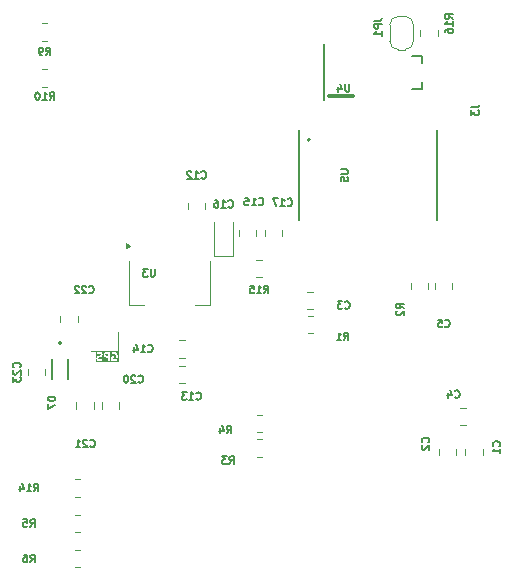
<source format=gbr>
%TF.GenerationSoftware,KiCad,Pcbnew,8.0.4*%
%TF.CreationDate,2024-10-02T02:15:57-03:00*%
%TF.ProjectId,DongleALIVEv2.0,446f6e67-6c65-4414-9c49-564576322e30,2.0*%
%TF.SameCoordinates,Original*%
%TF.FileFunction,Legend,Bot*%
%TF.FilePolarity,Positive*%
%FSLAX46Y46*%
G04 Gerber Fmt 4.6, Leading zero omitted, Abs format (unit mm)*
G04 Created by KiCad (PCBNEW 8.0.4) date 2024-10-02 02:15:57*
%MOMM*%
%LPD*%
G01*
G04 APERTURE LIST*
%ADD10C,0.100000*%
%ADD11C,0.150000*%
%ADD12C,0.120000*%
%ADD13C,0.127000*%
%ADD14C,0.200000*%
%ADD15C,0.203200*%
%ADD16C,0.304800*%
G04 APERTURE END LIST*
D10*
X125095000Y-106515000D02*
X125095000Y-104935000D01*
X122805000Y-106515000D02*
X125055000Y-106515000D01*
D11*
G36*
X124242381Y-106939114D02*
G01*
X124091276Y-106939114D01*
X124057046Y-106921999D01*
X124043781Y-106908734D01*
X124026666Y-106874504D01*
X124026666Y-106818485D01*
X124043780Y-106784255D01*
X124057045Y-106770991D01*
X124091276Y-106753876D01*
X124242381Y-106753876D01*
X124242381Y-106939114D01*
G37*
G36*
X125137857Y-107468876D02*
G01*
X123192142Y-107468876D01*
X123192142Y-107136019D01*
X123267142Y-107136019D01*
X123267142Y-107196971D01*
X123268583Y-107211603D01*
X123269613Y-107214091D01*
X123269805Y-107216781D01*
X123275060Y-107230513D01*
X123305537Y-107291465D01*
X123309500Y-107297761D01*
X123310258Y-107299590D01*
X123311948Y-107301649D01*
X123313370Y-107303908D01*
X123314867Y-107305206D01*
X123319585Y-107310955D01*
X123350061Y-107341432D01*
X123355812Y-107346152D01*
X123357111Y-107347650D01*
X123359366Y-107349069D01*
X123361426Y-107350760D01*
X123363256Y-107351518D01*
X123369554Y-107355482D01*
X123430506Y-107385958D01*
X123444237Y-107391213D01*
X123446926Y-107391404D01*
X123449415Y-107392435D01*
X123464047Y-107393876D01*
X123616428Y-107393876D01*
X123623833Y-107393146D01*
X123625808Y-107393287D01*
X123628405Y-107392696D01*
X123631060Y-107392435D01*
X123632891Y-107391676D01*
X123640145Y-107390027D01*
X123731574Y-107359551D01*
X123745000Y-107353557D01*
X123767107Y-107334383D01*
X123780194Y-107308210D01*
X123782269Y-107279020D01*
X123773015Y-107251258D01*
X123753841Y-107229150D01*
X123727667Y-107216063D01*
X123698477Y-107213989D01*
X123684141Y-107217249D01*
X123604258Y-107243876D01*
X123481752Y-107243876D01*
X123447522Y-107226761D01*
X123434258Y-107213497D01*
X123417142Y-107179264D01*
X123417142Y-107153724D01*
X123434257Y-107119493D01*
X123447522Y-107106229D01*
X123490222Y-107084878D01*
X123604142Y-107056399D01*
X123605221Y-107056013D01*
X123605762Y-107055975D01*
X123611857Y-107053642D01*
X123617988Y-107051452D01*
X123618422Y-107051130D01*
X123619494Y-107050720D01*
X123680446Y-107020243D01*
X123686742Y-107016279D01*
X123688571Y-107015522D01*
X123690630Y-107013831D01*
X123692889Y-107012410D01*
X123694187Y-107010912D01*
X123699936Y-107006195D01*
X123730413Y-106975719D01*
X123735133Y-106969967D01*
X123736631Y-106968669D01*
X123738050Y-106966413D01*
X123739741Y-106964354D01*
X123740499Y-106962523D01*
X123744463Y-106956226D01*
X123774939Y-106895274D01*
X123780194Y-106881543D01*
X123780385Y-106878853D01*
X123781416Y-106876365D01*
X123782857Y-106861733D01*
X123782857Y-106800780D01*
X123876666Y-106800780D01*
X123876666Y-106892209D01*
X123878107Y-106906841D01*
X123879138Y-106909330D01*
X123879329Y-106912018D01*
X123884584Y-106925750D01*
X123915060Y-106986702D01*
X123919024Y-106992999D01*
X123919782Y-106994829D01*
X123921472Y-106996888D01*
X123922892Y-106999144D01*
X123924388Y-107000441D01*
X123929109Y-107006194D01*
X123959586Y-107036671D01*
X123965335Y-107041389D01*
X123966635Y-107042888D01*
X123968894Y-107044309D01*
X123970951Y-107045998D01*
X123972778Y-107046755D01*
X123979078Y-107050720D01*
X124040030Y-107081196D01*
X124053761Y-107086451D01*
X124056450Y-107086642D01*
X124058939Y-107087673D01*
X124073571Y-107089114D01*
X124242381Y-107089114D01*
X124242381Y-107318876D01*
X124243822Y-107333508D01*
X124255021Y-107360544D01*
X124275713Y-107381236D01*
X124302749Y-107392435D01*
X124332013Y-107392435D01*
X124359049Y-107381236D01*
X124379741Y-107360544D01*
X124390940Y-107333508D01*
X124392381Y-107318876D01*
X124392381Y-107044590D01*
X124516666Y-107044590D01*
X124516666Y-107257923D01*
X124518107Y-107272555D01*
X124523965Y-107286696D01*
X124529305Y-107299590D01*
X124538632Y-107310955D01*
X124569108Y-107341432D01*
X124580473Y-107350760D01*
X124582964Y-107351792D01*
X124585000Y-107353557D01*
X124598425Y-107359551D01*
X124689855Y-107390027D01*
X124697106Y-107391676D01*
X124698939Y-107392435D01*
X124701594Y-107392696D01*
X124704191Y-107393287D01*
X124706165Y-107393146D01*
X124713571Y-107393876D01*
X124774523Y-107393876D01*
X124781928Y-107393146D01*
X124783903Y-107393287D01*
X124786500Y-107392696D01*
X124789155Y-107392435D01*
X124790986Y-107391676D01*
X124798240Y-107390027D01*
X124889669Y-107359551D01*
X124903095Y-107353557D01*
X124905131Y-107351790D01*
X124907620Y-107350760D01*
X124918985Y-107341433D01*
X124979938Y-107280479D01*
X124984655Y-107274730D01*
X124986153Y-107273432D01*
X124987574Y-107271173D01*
X124989265Y-107269114D01*
X124990022Y-107267285D01*
X124993986Y-107260989D01*
X125024463Y-107200037D01*
X125024873Y-107198965D01*
X125025195Y-107198531D01*
X125027385Y-107192400D01*
X125029718Y-107186305D01*
X125029756Y-107185764D01*
X125030142Y-107184685D01*
X125060618Y-107062780D01*
X125060993Y-107060242D01*
X125061416Y-107059222D01*
X125061957Y-107053719D01*
X125062769Y-107048235D01*
X125062605Y-107047139D01*
X125062857Y-107044590D01*
X125062857Y-106953161D01*
X125062605Y-106950611D01*
X125062769Y-106949516D01*
X125061957Y-106944031D01*
X125061416Y-106938529D01*
X125060993Y-106937508D01*
X125060618Y-106934971D01*
X125030142Y-106813067D01*
X125029756Y-106811987D01*
X125029718Y-106811447D01*
X125027387Y-106805357D01*
X125025195Y-106799221D01*
X125024872Y-106798785D01*
X125024463Y-106797716D01*
X124993986Y-106736763D01*
X124990022Y-106730466D01*
X124989264Y-106728636D01*
X124987572Y-106726574D01*
X124986153Y-106724320D01*
X124984657Y-106723023D01*
X124979937Y-106717271D01*
X124918985Y-106656319D01*
X124907620Y-106646992D01*
X124905131Y-106645961D01*
X124903095Y-106644195D01*
X124889669Y-106638201D01*
X124798240Y-106607725D01*
X124790986Y-106606075D01*
X124789155Y-106605317D01*
X124786500Y-106605055D01*
X124783903Y-106604465D01*
X124781928Y-106604605D01*
X124774523Y-106603876D01*
X124683095Y-106603876D01*
X124668463Y-106605317D01*
X124665973Y-106606348D01*
X124663286Y-106606539D01*
X124649554Y-106611794D01*
X124588601Y-106642270D01*
X124576159Y-106650102D01*
X124556985Y-106672210D01*
X124547731Y-106699971D01*
X124549805Y-106729161D01*
X124562892Y-106755335D01*
X124585000Y-106774509D01*
X124612761Y-106783763D01*
X124641951Y-106781689D01*
X124655683Y-106776434D01*
X124700799Y-106753876D01*
X124762353Y-106753876D01*
X124825437Y-106774903D01*
X124865265Y-106814731D01*
X124886617Y-106857435D01*
X124912857Y-106962395D01*
X124912857Y-107035356D01*
X124886617Y-107140316D01*
X124865264Y-107183020D01*
X124825437Y-107222848D01*
X124762353Y-107243876D01*
X124725741Y-107243876D01*
X124666666Y-107224184D01*
X124666666Y-107119590D01*
X124713571Y-107119590D01*
X124728203Y-107118149D01*
X124755239Y-107106950D01*
X124775931Y-107086258D01*
X124787130Y-107059222D01*
X124787130Y-107029958D01*
X124775931Y-107002922D01*
X124755239Y-106982230D01*
X124728203Y-106971031D01*
X124713571Y-106969590D01*
X124591666Y-106969590D01*
X124577034Y-106971031D01*
X124549998Y-106982230D01*
X124529306Y-107002922D01*
X124518107Y-107029958D01*
X124516666Y-107044590D01*
X124392381Y-107044590D01*
X124392381Y-106678876D01*
X124390940Y-106664244D01*
X124379741Y-106637208D01*
X124359049Y-106616516D01*
X124332013Y-106605317D01*
X124317381Y-106603876D01*
X124073571Y-106603876D01*
X124058939Y-106605317D01*
X124056450Y-106606347D01*
X124053761Y-106606539D01*
X124040030Y-106611794D01*
X123979078Y-106642270D01*
X123972781Y-106646233D01*
X123970952Y-106646991D01*
X123968893Y-106648680D01*
X123966635Y-106650102D01*
X123965335Y-106651600D01*
X123959587Y-106656318D01*
X123929110Y-106686794D01*
X123924386Y-106692548D01*
X123922892Y-106693845D01*
X123921474Y-106696097D01*
X123919782Y-106698159D01*
X123919023Y-106699991D01*
X123915060Y-106706287D01*
X123884584Y-106767239D01*
X123879329Y-106780971D01*
X123879138Y-106783658D01*
X123878107Y-106786148D01*
X123876666Y-106800780D01*
X123782857Y-106800780D01*
X123781416Y-106786148D01*
X123780385Y-106783659D01*
X123780194Y-106780970D01*
X123774939Y-106767239D01*
X123744463Y-106706287D01*
X123740499Y-106699989D01*
X123739741Y-106698159D01*
X123738050Y-106696099D01*
X123736631Y-106693844D01*
X123735133Y-106692545D01*
X123730413Y-106686794D01*
X123699936Y-106656318D01*
X123694183Y-106651597D01*
X123692887Y-106650102D01*
X123690632Y-106648682D01*
X123688571Y-106646991D01*
X123686740Y-106646232D01*
X123680445Y-106642270D01*
X123619493Y-106611794D01*
X123605761Y-106606539D01*
X123603073Y-106606348D01*
X123600584Y-106605317D01*
X123585952Y-106603876D01*
X123433571Y-106603876D01*
X123426165Y-106604605D01*
X123424191Y-106604465D01*
X123421594Y-106605055D01*
X123418939Y-106605317D01*
X123417106Y-106606075D01*
X123409855Y-106607725D01*
X123318425Y-106638201D01*
X123305000Y-106644195D01*
X123282892Y-106663368D01*
X123269806Y-106689542D01*
X123267731Y-106718732D01*
X123276985Y-106746494D01*
X123296158Y-106768602D01*
X123322332Y-106781688D01*
X123351522Y-106783763D01*
X123365859Y-106780503D01*
X123445741Y-106753876D01*
X123568247Y-106753876D01*
X123602477Y-106770991D01*
X123615742Y-106784255D01*
X123632857Y-106818485D01*
X123632857Y-106844028D01*
X123615742Y-106878257D01*
X123602478Y-106891521D01*
X123559773Y-106912874D01*
X123445857Y-106941353D01*
X123444777Y-106941738D01*
X123444237Y-106941777D01*
X123438147Y-106944107D01*
X123432011Y-106946300D01*
X123431575Y-106946622D01*
X123430506Y-106947032D01*
X123369554Y-106977508D01*
X123363257Y-106981471D01*
X123361428Y-106982229D01*
X123359369Y-106983918D01*
X123357111Y-106985340D01*
X123355811Y-106986838D01*
X123350062Y-106991557D01*
X123319586Y-107022033D01*
X123314865Y-107027785D01*
X123313370Y-107029082D01*
X123311950Y-107031337D01*
X123310259Y-107033398D01*
X123309501Y-107035226D01*
X123305537Y-107041524D01*
X123275060Y-107102478D01*
X123269805Y-107116209D01*
X123269613Y-107118898D01*
X123268583Y-107121387D01*
X123267142Y-107136019D01*
X123192142Y-107136019D01*
X123192142Y-106528876D01*
X125137857Y-106528876D01*
X125137857Y-107468876D01*
G37*
X155013276Y-85911667D02*
X155470419Y-85911667D01*
X155470419Y-85911667D02*
X155561847Y-85881190D01*
X155561847Y-85881190D02*
X155622800Y-85820238D01*
X155622800Y-85820238D02*
X155653276Y-85728809D01*
X155653276Y-85728809D02*
X155653276Y-85667857D01*
X155013276Y-86155476D02*
X155013276Y-86551667D01*
X155013276Y-86551667D02*
X155257085Y-86338333D01*
X155257085Y-86338333D02*
X155257085Y-86429762D01*
X155257085Y-86429762D02*
X155287561Y-86490714D01*
X155287561Y-86490714D02*
X155318038Y-86521190D01*
X155318038Y-86521190D02*
X155378990Y-86551667D01*
X155378990Y-86551667D02*
X155531371Y-86551667D01*
X155531371Y-86551667D02*
X155592323Y-86521190D01*
X155592323Y-86521190D02*
X155622800Y-86490714D01*
X155622800Y-86490714D02*
X155653276Y-86429762D01*
X155653276Y-86429762D02*
X155653276Y-86246905D01*
X155653276Y-86246905D02*
X155622800Y-86185952D01*
X155622800Y-86185952D02*
X155592323Y-86155476D01*
X132156428Y-91872323D02*
X132186904Y-91902800D01*
X132186904Y-91902800D02*
X132278333Y-91933276D01*
X132278333Y-91933276D02*
X132339285Y-91933276D01*
X132339285Y-91933276D02*
X132430714Y-91902800D01*
X132430714Y-91902800D02*
X132491666Y-91841847D01*
X132491666Y-91841847D02*
X132522143Y-91780895D01*
X132522143Y-91780895D02*
X132552619Y-91658990D01*
X132552619Y-91658990D02*
X132552619Y-91567561D01*
X132552619Y-91567561D02*
X132522143Y-91445657D01*
X132522143Y-91445657D02*
X132491666Y-91384704D01*
X132491666Y-91384704D02*
X132430714Y-91323752D01*
X132430714Y-91323752D02*
X132339285Y-91293276D01*
X132339285Y-91293276D02*
X132278333Y-91293276D01*
X132278333Y-91293276D02*
X132186904Y-91323752D01*
X132186904Y-91323752D02*
X132156428Y-91354228D01*
X131546904Y-91933276D02*
X131912619Y-91933276D01*
X131729762Y-91933276D02*
X131729762Y-91293276D01*
X131729762Y-91293276D02*
X131790714Y-91384704D01*
X131790714Y-91384704D02*
X131851666Y-91445657D01*
X131851666Y-91445657D02*
X131912619Y-91476133D01*
X131303095Y-91354228D02*
X131272619Y-91323752D01*
X131272619Y-91323752D02*
X131211666Y-91293276D01*
X131211666Y-91293276D02*
X131059285Y-91293276D01*
X131059285Y-91293276D02*
X130998333Y-91323752D01*
X130998333Y-91323752D02*
X130967857Y-91354228D01*
X130967857Y-91354228D02*
X130937380Y-91415180D01*
X130937380Y-91415180D02*
X130937380Y-91476133D01*
X130937380Y-91476133D02*
X130967857Y-91567561D01*
X130967857Y-91567561D02*
X131333571Y-91933276D01*
X131333571Y-91933276D02*
X130937380Y-91933276D01*
X119306428Y-85263276D02*
X119519762Y-84958514D01*
X119672143Y-85263276D02*
X119672143Y-84623276D01*
X119672143Y-84623276D02*
X119428333Y-84623276D01*
X119428333Y-84623276D02*
X119367381Y-84653752D01*
X119367381Y-84653752D02*
X119336904Y-84684228D01*
X119336904Y-84684228D02*
X119306428Y-84745180D01*
X119306428Y-84745180D02*
X119306428Y-84836609D01*
X119306428Y-84836609D02*
X119336904Y-84897561D01*
X119336904Y-84897561D02*
X119367381Y-84928038D01*
X119367381Y-84928038D02*
X119428333Y-84958514D01*
X119428333Y-84958514D02*
X119672143Y-84958514D01*
X118696904Y-85263276D02*
X119062619Y-85263276D01*
X118879762Y-85263276D02*
X118879762Y-84623276D01*
X118879762Y-84623276D02*
X118940714Y-84714704D01*
X118940714Y-84714704D02*
X119001666Y-84775657D01*
X119001666Y-84775657D02*
X119062619Y-84806133D01*
X118300714Y-84623276D02*
X118239761Y-84623276D01*
X118239761Y-84623276D02*
X118178809Y-84653752D01*
X118178809Y-84653752D02*
X118148333Y-84684228D01*
X118148333Y-84684228D02*
X118117857Y-84745180D01*
X118117857Y-84745180D02*
X118087380Y-84867085D01*
X118087380Y-84867085D02*
X118087380Y-85019466D01*
X118087380Y-85019466D02*
X118117857Y-85141371D01*
X118117857Y-85141371D02*
X118148333Y-85202323D01*
X118148333Y-85202323D02*
X118178809Y-85232800D01*
X118178809Y-85232800D02*
X118239761Y-85263276D01*
X118239761Y-85263276D02*
X118300714Y-85263276D01*
X118300714Y-85263276D02*
X118361666Y-85232800D01*
X118361666Y-85232800D02*
X118392142Y-85202323D01*
X118392142Y-85202323D02*
X118422619Y-85141371D01*
X118422619Y-85141371D02*
X118453095Y-85019466D01*
X118453095Y-85019466D02*
X118453095Y-84867085D01*
X118453095Y-84867085D02*
X118422619Y-84745180D01*
X118422619Y-84745180D02*
X118392142Y-84684228D01*
X118392142Y-84684228D02*
X118361666Y-84653752D01*
X118361666Y-84653752D02*
X118300714Y-84623276D01*
X126806428Y-109172323D02*
X126836904Y-109202800D01*
X126836904Y-109202800D02*
X126928333Y-109233276D01*
X126928333Y-109233276D02*
X126989285Y-109233276D01*
X126989285Y-109233276D02*
X127080714Y-109202800D01*
X127080714Y-109202800D02*
X127141666Y-109141847D01*
X127141666Y-109141847D02*
X127172143Y-109080895D01*
X127172143Y-109080895D02*
X127202619Y-108958990D01*
X127202619Y-108958990D02*
X127202619Y-108867561D01*
X127202619Y-108867561D02*
X127172143Y-108745657D01*
X127172143Y-108745657D02*
X127141666Y-108684704D01*
X127141666Y-108684704D02*
X127080714Y-108623752D01*
X127080714Y-108623752D02*
X126989285Y-108593276D01*
X126989285Y-108593276D02*
X126928333Y-108593276D01*
X126928333Y-108593276D02*
X126836904Y-108623752D01*
X126836904Y-108623752D02*
X126806428Y-108654228D01*
X126562619Y-108654228D02*
X126532143Y-108623752D01*
X126532143Y-108623752D02*
X126471190Y-108593276D01*
X126471190Y-108593276D02*
X126318809Y-108593276D01*
X126318809Y-108593276D02*
X126257857Y-108623752D01*
X126257857Y-108623752D02*
X126227381Y-108654228D01*
X126227381Y-108654228D02*
X126196904Y-108715180D01*
X126196904Y-108715180D02*
X126196904Y-108776133D01*
X126196904Y-108776133D02*
X126227381Y-108867561D01*
X126227381Y-108867561D02*
X126593095Y-109233276D01*
X126593095Y-109233276D02*
X126196904Y-109233276D01*
X125800714Y-108593276D02*
X125739761Y-108593276D01*
X125739761Y-108593276D02*
X125678809Y-108623752D01*
X125678809Y-108623752D02*
X125648333Y-108654228D01*
X125648333Y-108654228D02*
X125617857Y-108715180D01*
X125617857Y-108715180D02*
X125587380Y-108837085D01*
X125587380Y-108837085D02*
X125587380Y-108989466D01*
X125587380Y-108989466D02*
X125617857Y-109111371D01*
X125617857Y-109111371D02*
X125648333Y-109172323D01*
X125648333Y-109172323D02*
X125678809Y-109202800D01*
X125678809Y-109202800D02*
X125739761Y-109233276D01*
X125739761Y-109233276D02*
X125800714Y-109233276D01*
X125800714Y-109233276D02*
X125861666Y-109202800D01*
X125861666Y-109202800D02*
X125892142Y-109172323D01*
X125892142Y-109172323D02*
X125922619Y-109111371D01*
X125922619Y-109111371D02*
X125953095Y-108989466D01*
X125953095Y-108989466D02*
X125953095Y-108837085D01*
X125953095Y-108837085D02*
X125922619Y-108715180D01*
X125922619Y-108715180D02*
X125892142Y-108654228D01*
X125892142Y-108654228D02*
X125861666Y-108623752D01*
X125861666Y-108623752D02*
X125800714Y-108593276D01*
X144311666Y-102902323D02*
X144342142Y-102932800D01*
X144342142Y-102932800D02*
X144433571Y-102963276D01*
X144433571Y-102963276D02*
X144494523Y-102963276D01*
X144494523Y-102963276D02*
X144585952Y-102932800D01*
X144585952Y-102932800D02*
X144646904Y-102871847D01*
X144646904Y-102871847D02*
X144677381Y-102810895D01*
X144677381Y-102810895D02*
X144707857Y-102688990D01*
X144707857Y-102688990D02*
X144707857Y-102597561D01*
X144707857Y-102597561D02*
X144677381Y-102475657D01*
X144677381Y-102475657D02*
X144646904Y-102414704D01*
X144646904Y-102414704D02*
X144585952Y-102353752D01*
X144585952Y-102353752D02*
X144494523Y-102323276D01*
X144494523Y-102323276D02*
X144433571Y-102323276D01*
X144433571Y-102323276D02*
X144342142Y-102353752D01*
X144342142Y-102353752D02*
X144311666Y-102384228D01*
X144098333Y-102323276D02*
X143702142Y-102323276D01*
X143702142Y-102323276D02*
X143915476Y-102567085D01*
X143915476Y-102567085D02*
X143824047Y-102567085D01*
X143824047Y-102567085D02*
X143763095Y-102597561D01*
X143763095Y-102597561D02*
X143732619Y-102628038D01*
X143732619Y-102628038D02*
X143702142Y-102688990D01*
X143702142Y-102688990D02*
X143702142Y-102841371D01*
X143702142Y-102841371D02*
X143732619Y-102902323D01*
X143732619Y-102902323D02*
X143763095Y-102932800D01*
X143763095Y-102932800D02*
X143824047Y-102963276D01*
X143824047Y-102963276D02*
X144006904Y-102963276D01*
X144006904Y-102963276D02*
X144067857Y-102932800D01*
X144067857Y-102932800D02*
X144098333Y-102902323D01*
X119001666Y-81483276D02*
X119215000Y-81178514D01*
X119367381Y-81483276D02*
X119367381Y-80843276D01*
X119367381Y-80843276D02*
X119123571Y-80843276D01*
X119123571Y-80843276D02*
X119062619Y-80873752D01*
X119062619Y-80873752D02*
X119032142Y-80904228D01*
X119032142Y-80904228D02*
X119001666Y-80965180D01*
X119001666Y-80965180D02*
X119001666Y-81056609D01*
X119001666Y-81056609D02*
X119032142Y-81117561D01*
X119032142Y-81117561D02*
X119062619Y-81148038D01*
X119062619Y-81148038D02*
X119123571Y-81178514D01*
X119123571Y-81178514D02*
X119367381Y-81178514D01*
X118696904Y-81483276D02*
X118575000Y-81483276D01*
X118575000Y-81483276D02*
X118514047Y-81452800D01*
X118514047Y-81452800D02*
X118483571Y-81422323D01*
X118483571Y-81422323D02*
X118422619Y-81330895D01*
X118422619Y-81330895D02*
X118392142Y-81208990D01*
X118392142Y-81208990D02*
X118392142Y-80965180D01*
X118392142Y-80965180D02*
X118422619Y-80904228D01*
X118422619Y-80904228D02*
X118453095Y-80873752D01*
X118453095Y-80873752D02*
X118514047Y-80843276D01*
X118514047Y-80843276D02*
X118635952Y-80843276D01*
X118635952Y-80843276D02*
X118696904Y-80873752D01*
X118696904Y-80873752D02*
X118727381Y-80904228D01*
X118727381Y-80904228D02*
X118757857Y-80965180D01*
X118757857Y-80965180D02*
X118757857Y-81117561D01*
X118757857Y-81117561D02*
X118727381Y-81178514D01*
X118727381Y-81178514D02*
X118696904Y-81208990D01*
X118696904Y-81208990D02*
X118635952Y-81239466D01*
X118635952Y-81239466D02*
X118514047Y-81239466D01*
X118514047Y-81239466D02*
X118453095Y-81208990D01*
X118453095Y-81208990D02*
X118422619Y-81178514D01*
X118422619Y-81178514D02*
X118392142Y-81117561D01*
X137006428Y-94132323D02*
X137036904Y-94162800D01*
X137036904Y-94162800D02*
X137128333Y-94193276D01*
X137128333Y-94193276D02*
X137189285Y-94193276D01*
X137189285Y-94193276D02*
X137280714Y-94162800D01*
X137280714Y-94162800D02*
X137341666Y-94101847D01*
X137341666Y-94101847D02*
X137372143Y-94040895D01*
X137372143Y-94040895D02*
X137402619Y-93918990D01*
X137402619Y-93918990D02*
X137402619Y-93827561D01*
X137402619Y-93827561D02*
X137372143Y-93705657D01*
X137372143Y-93705657D02*
X137341666Y-93644704D01*
X137341666Y-93644704D02*
X137280714Y-93583752D01*
X137280714Y-93583752D02*
X137189285Y-93553276D01*
X137189285Y-93553276D02*
X137128333Y-93553276D01*
X137128333Y-93553276D02*
X137036904Y-93583752D01*
X137036904Y-93583752D02*
X137006428Y-93614228D01*
X136396904Y-94193276D02*
X136762619Y-94193276D01*
X136579762Y-94193276D02*
X136579762Y-93553276D01*
X136579762Y-93553276D02*
X136640714Y-93644704D01*
X136640714Y-93644704D02*
X136701666Y-93705657D01*
X136701666Y-93705657D02*
X136762619Y-93736133D01*
X135817857Y-93553276D02*
X136122619Y-93553276D01*
X136122619Y-93553276D02*
X136153095Y-93858038D01*
X136153095Y-93858038D02*
X136122619Y-93827561D01*
X136122619Y-93827561D02*
X136061666Y-93797085D01*
X136061666Y-93797085D02*
X135909285Y-93797085D01*
X135909285Y-93797085D02*
X135848333Y-93827561D01*
X135848333Y-93827561D02*
X135817857Y-93858038D01*
X135817857Y-93858038D02*
X135787380Y-93918990D01*
X135787380Y-93918990D02*
X135787380Y-94071371D01*
X135787380Y-94071371D02*
X135817857Y-94132323D01*
X135817857Y-94132323D02*
X135848333Y-94162800D01*
X135848333Y-94162800D02*
X135909285Y-94193276D01*
X135909285Y-94193276D02*
X136061666Y-94193276D01*
X136061666Y-94193276D02*
X136122619Y-94162800D01*
X136122619Y-94162800D02*
X136153095Y-94132323D01*
X127626428Y-106572323D02*
X127656904Y-106602800D01*
X127656904Y-106602800D02*
X127748333Y-106633276D01*
X127748333Y-106633276D02*
X127809285Y-106633276D01*
X127809285Y-106633276D02*
X127900714Y-106602800D01*
X127900714Y-106602800D02*
X127961666Y-106541847D01*
X127961666Y-106541847D02*
X127992143Y-106480895D01*
X127992143Y-106480895D02*
X128022619Y-106358990D01*
X128022619Y-106358990D02*
X128022619Y-106267561D01*
X128022619Y-106267561D02*
X127992143Y-106145657D01*
X127992143Y-106145657D02*
X127961666Y-106084704D01*
X127961666Y-106084704D02*
X127900714Y-106023752D01*
X127900714Y-106023752D02*
X127809285Y-105993276D01*
X127809285Y-105993276D02*
X127748333Y-105993276D01*
X127748333Y-105993276D02*
X127656904Y-106023752D01*
X127656904Y-106023752D02*
X127626428Y-106054228D01*
X127016904Y-106633276D02*
X127382619Y-106633276D01*
X127199762Y-106633276D02*
X127199762Y-105993276D01*
X127199762Y-105993276D02*
X127260714Y-106084704D01*
X127260714Y-106084704D02*
X127321666Y-106145657D01*
X127321666Y-106145657D02*
X127382619Y-106176133D01*
X126468333Y-106206609D02*
X126468333Y-106633276D01*
X126620714Y-105962800D02*
X126773095Y-106419942D01*
X126773095Y-106419942D02*
X126376904Y-106419942D01*
X116792323Y-107923571D02*
X116822800Y-107893095D01*
X116822800Y-107893095D02*
X116853276Y-107801666D01*
X116853276Y-107801666D02*
X116853276Y-107740714D01*
X116853276Y-107740714D02*
X116822800Y-107649285D01*
X116822800Y-107649285D02*
X116761847Y-107588333D01*
X116761847Y-107588333D02*
X116700895Y-107557856D01*
X116700895Y-107557856D02*
X116578990Y-107527380D01*
X116578990Y-107527380D02*
X116487561Y-107527380D01*
X116487561Y-107527380D02*
X116365657Y-107557856D01*
X116365657Y-107557856D02*
X116304704Y-107588333D01*
X116304704Y-107588333D02*
X116243752Y-107649285D01*
X116243752Y-107649285D02*
X116213276Y-107740714D01*
X116213276Y-107740714D02*
X116213276Y-107801666D01*
X116213276Y-107801666D02*
X116243752Y-107893095D01*
X116243752Y-107893095D02*
X116274228Y-107923571D01*
X116274228Y-108167380D02*
X116243752Y-108197856D01*
X116243752Y-108197856D02*
X116213276Y-108258809D01*
X116213276Y-108258809D02*
X116213276Y-108411190D01*
X116213276Y-108411190D02*
X116243752Y-108472142D01*
X116243752Y-108472142D02*
X116274228Y-108502618D01*
X116274228Y-108502618D02*
X116335180Y-108533095D01*
X116335180Y-108533095D02*
X116396133Y-108533095D01*
X116396133Y-108533095D02*
X116487561Y-108502618D01*
X116487561Y-108502618D02*
X116853276Y-108136904D01*
X116853276Y-108136904D02*
X116853276Y-108533095D01*
X116213276Y-108746428D02*
X116213276Y-109142619D01*
X116213276Y-109142619D02*
X116457085Y-108929285D01*
X116457085Y-108929285D02*
X116457085Y-109020714D01*
X116457085Y-109020714D02*
X116487561Y-109081666D01*
X116487561Y-109081666D02*
X116518038Y-109112142D01*
X116518038Y-109112142D02*
X116578990Y-109142619D01*
X116578990Y-109142619D02*
X116731371Y-109142619D01*
X116731371Y-109142619D02*
X116792323Y-109112142D01*
X116792323Y-109112142D02*
X116822800Y-109081666D01*
X116822800Y-109081666D02*
X116853276Y-109020714D01*
X116853276Y-109020714D02*
X116853276Y-108837857D01*
X116853276Y-108837857D02*
X116822800Y-108776904D01*
X116822800Y-108776904D02*
X116792323Y-108746428D01*
X146793276Y-78561667D02*
X147250419Y-78561667D01*
X147250419Y-78561667D02*
X147341847Y-78531190D01*
X147341847Y-78531190D02*
X147402800Y-78470238D01*
X147402800Y-78470238D02*
X147433276Y-78378809D01*
X147433276Y-78378809D02*
X147433276Y-78317857D01*
X147433276Y-78866428D02*
X146793276Y-78866428D01*
X146793276Y-78866428D02*
X146793276Y-79110238D01*
X146793276Y-79110238D02*
X146823752Y-79171190D01*
X146823752Y-79171190D02*
X146854228Y-79201667D01*
X146854228Y-79201667D02*
X146915180Y-79232143D01*
X146915180Y-79232143D02*
X147006609Y-79232143D01*
X147006609Y-79232143D02*
X147067561Y-79201667D01*
X147067561Y-79201667D02*
X147098038Y-79171190D01*
X147098038Y-79171190D02*
X147128514Y-79110238D01*
X147128514Y-79110238D02*
X147128514Y-78866428D01*
X147433276Y-79841667D02*
X147433276Y-79475952D01*
X147433276Y-79658809D02*
X146793276Y-79658809D01*
X146793276Y-79658809D02*
X146884704Y-79597857D01*
X146884704Y-79597857D02*
X146945657Y-79536905D01*
X146945657Y-79536905D02*
X146976133Y-79475952D01*
X117966428Y-118413276D02*
X118179762Y-118108514D01*
X118332143Y-118413276D02*
X118332143Y-117773276D01*
X118332143Y-117773276D02*
X118088333Y-117773276D01*
X118088333Y-117773276D02*
X118027381Y-117803752D01*
X118027381Y-117803752D02*
X117996904Y-117834228D01*
X117996904Y-117834228D02*
X117966428Y-117895180D01*
X117966428Y-117895180D02*
X117966428Y-117986609D01*
X117966428Y-117986609D02*
X117996904Y-118047561D01*
X117996904Y-118047561D02*
X118027381Y-118078038D01*
X118027381Y-118078038D02*
X118088333Y-118108514D01*
X118088333Y-118108514D02*
X118332143Y-118108514D01*
X117356904Y-118413276D02*
X117722619Y-118413276D01*
X117539762Y-118413276D02*
X117539762Y-117773276D01*
X117539762Y-117773276D02*
X117600714Y-117864704D01*
X117600714Y-117864704D02*
X117661666Y-117925657D01*
X117661666Y-117925657D02*
X117722619Y-117956133D01*
X116808333Y-117986609D02*
X116808333Y-118413276D01*
X116960714Y-117742800D02*
X117113095Y-118199942D01*
X117113095Y-118199942D02*
X116716904Y-118199942D01*
X151372323Y-114268333D02*
X151402800Y-114237857D01*
X151402800Y-114237857D02*
X151433276Y-114146428D01*
X151433276Y-114146428D02*
X151433276Y-114085476D01*
X151433276Y-114085476D02*
X151402800Y-113994047D01*
X151402800Y-113994047D02*
X151341847Y-113933095D01*
X151341847Y-113933095D02*
X151280895Y-113902618D01*
X151280895Y-113902618D02*
X151158990Y-113872142D01*
X151158990Y-113872142D02*
X151067561Y-113872142D01*
X151067561Y-113872142D02*
X150945657Y-113902618D01*
X150945657Y-113902618D02*
X150884704Y-113933095D01*
X150884704Y-113933095D02*
X150823752Y-113994047D01*
X150823752Y-113994047D02*
X150793276Y-114085476D01*
X150793276Y-114085476D02*
X150793276Y-114146428D01*
X150793276Y-114146428D02*
X150823752Y-114237857D01*
X150823752Y-114237857D02*
X150854228Y-114268333D01*
X150854228Y-114512142D02*
X150823752Y-114542618D01*
X150823752Y-114542618D02*
X150793276Y-114603571D01*
X150793276Y-114603571D02*
X150793276Y-114755952D01*
X150793276Y-114755952D02*
X150823752Y-114816904D01*
X150823752Y-114816904D02*
X150854228Y-114847380D01*
X150854228Y-114847380D02*
X150915180Y-114877857D01*
X150915180Y-114877857D02*
X150976133Y-114877857D01*
X150976133Y-114877857D02*
X151067561Y-114847380D01*
X151067561Y-114847380D02*
X151433276Y-114481666D01*
X151433276Y-114481666D02*
X151433276Y-114877857D01*
X119783276Y-110412618D02*
X119143276Y-110412618D01*
X119143276Y-110412618D02*
X119143276Y-110564999D01*
X119143276Y-110564999D02*
X119173752Y-110656428D01*
X119173752Y-110656428D02*
X119234704Y-110717380D01*
X119234704Y-110717380D02*
X119295657Y-110747857D01*
X119295657Y-110747857D02*
X119417561Y-110778333D01*
X119417561Y-110778333D02*
X119508990Y-110778333D01*
X119508990Y-110778333D02*
X119630895Y-110747857D01*
X119630895Y-110747857D02*
X119691847Y-110717380D01*
X119691847Y-110717380D02*
X119752800Y-110656428D01*
X119752800Y-110656428D02*
X119783276Y-110564999D01*
X119783276Y-110564999D02*
X119783276Y-110412618D01*
X119143276Y-110991666D02*
X119143276Y-111418333D01*
X119143276Y-111418333D02*
X119783276Y-111144047D01*
X153611666Y-110442323D02*
X153642142Y-110472800D01*
X153642142Y-110472800D02*
X153733571Y-110503276D01*
X153733571Y-110503276D02*
X153794523Y-110503276D01*
X153794523Y-110503276D02*
X153885952Y-110472800D01*
X153885952Y-110472800D02*
X153946904Y-110411847D01*
X153946904Y-110411847D02*
X153977381Y-110350895D01*
X153977381Y-110350895D02*
X154007857Y-110228990D01*
X154007857Y-110228990D02*
X154007857Y-110137561D01*
X154007857Y-110137561D02*
X153977381Y-110015657D01*
X153977381Y-110015657D02*
X153946904Y-109954704D01*
X153946904Y-109954704D02*
X153885952Y-109893752D01*
X153885952Y-109893752D02*
X153794523Y-109863276D01*
X153794523Y-109863276D02*
X153733571Y-109863276D01*
X153733571Y-109863276D02*
X153642142Y-109893752D01*
X153642142Y-109893752D02*
X153611666Y-109924228D01*
X153063095Y-110076609D02*
X153063095Y-110503276D01*
X153215476Y-109832800D02*
X153367857Y-110289942D01*
X153367857Y-110289942D02*
X152971666Y-110289942D01*
X139446428Y-94202323D02*
X139476904Y-94232800D01*
X139476904Y-94232800D02*
X139568333Y-94263276D01*
X139568333Y-94263276D02*
X139629285Y-94263276D01*
X139629285Y-94263276D02*
X139720714Y-94232800D01*
X139720714Y-94232800D02*
X139781666Y-94171847D01*
X139781666Y-94171847D02*
X139812143Y-94110895D01*
X139812143Y-94110895D02*
X139842619Y-93988990D01*
X139842619Y-93988990D02*
X139842619Y-93897561D01*
X139842619Y-93897561D02*
X139812143Y-93775657D01*
X139812143Y-93775657D02*
X139781666Y-93714704D01*
X139781666Y-93714704D02*
X139720714Y-93653752D01*
X139720714Y-93653752D02*
X139629285Y-93623276D01*
X139629285Y-93623276D02*
X139568333Y-93623276D01*
X139568333Y-93623276D02*
X139476904Y-93653752D01*
X139476904Y-93653752D02*
X139446428Y-93684228D01*
X138836904Y-94263276D02*
X139202619Y-94263276D01*
X139019762Y-94263276D02*
X139019762Y-93623276D01*
X139019762Y-93623276D02*
X139080714Y-93714704D01*
X139080714Y-93714704D02*
X139141666Y-93775657D01*
X139141666Y-93775657D02*
X139202619Y-93806133D01*
X138623571Y-93623276D02*
X138196904Y-93623276D01*
X138196904Y-93623276D02*
X138471190Y-94263276D01*
X134301666Y-113493276D02*
X134515000Y-113188514D01*
X134667381Y-113493276D02*
X134667381Y-112853276D01*
X134667381Y-112853276D02*
X134423571Y-112853276D01*
X134423571Y-112853276D02*
X134362619Y-112883752D01*
X134362619Y-112883752D02*
X134332142Y-112914228D01*
X134332142Y-112914228D02*
X134301666Y-112975180D01*
X134301666Y-112975180D02*
X134301666Y-113066609D01*
X134301666Y-113066609D02*
X134332142Y-113127561D01*
X134332142Y-113127561D02*
X134362619Y-113158038D01*
X134362619Y-113158038D02*
X134423571Y-113188514D01*
X134423571Y-113188514D02*
X134667381Y-113188514D01*
X133753095Y-113066609D02*
X133753095Y-113493276D01*
X133905476Y-112822800D02*
X134057857Y-113279942D01*
X134057857Y-113279942D02*
X133661666Y-113279942D01*
X143943276Y-91167380D02*
X144461371Y-91167380D01*
X144461371Y-91167380D02*
X144522323Y-91197857D01*
X144522323Y-91197857D02*
X144552800Y-91228333D01*
X144552800Y-91228333D02*
X144583276Y-91289285D01*
X144583276Y-91289285D02*
X144583276Y-91411190D01*
X144583276Y-91411190D02*
X144552800Y-91472142D01*
X144552800Y-91472142D02*
X144522323Y-91502619D01*
X144522323Y-91502619D02*
X144461371Y-91533095D01*
X144461371Y-91533095D02*
X143943276Y-91533095D01*
X143943276Y-92142618D02*
X143943276Y-91837856D01*
X143943276Y-91837856D02*
X144248038Y-91807380D01*
X144248038Y-91807380D02*
X144217561Y-91837856D01*
X144217561Y-91837856D02*
X144187085Y-91898809D01*
X144187085Y-91898809D02*
X144187085Y-92051190D01*
X144187085Y-92051190D02*
X144217561Y-92112142D01*
X144217561Y-92112142D02*
X144248038Y-92142618D01*
X144248038Y-92142618D02*
X144308990Y-92173095D01*
X144308990Y-92173095D02*
X144461371Y-92173095D01*
X144461371Y-92173095D02*
X144522323Y-92142618D01*
X144522323Y-92142618D02*
X144552800Y-92112142D01*
X144552800Y-92112142D02*
X144583276Y-92051190D01*
X144583276Y-92051190D02*
X144583276Y-91898809D01*
X144583276Y-91898809D02*
X144552800Y-91837856D01*
X144552800Y-91837856D02*
X144522323Y-91807380D01*
X131716428Y-110612323D02*
X131746904Y-110642800D01*
X131746904Y-110642800D02*
X131838333Y-110673276D01*
X131838333Y-110673276D02*
X131899285Y-110673276D01*
X131899285Y-110673276D02*
X131990714Y-110642800D01*
X131990714Y-110642800D02*
X132051666Y-110581847D01*
X132051666Y-110581847D02*
X132082143Y-110520895D01*
X132082143Y-110520895D02*
X132112619Y-110398990D01*
X132112619Y-110398990D02*
X132112619Y-110307561D01*
X132112619Y-110307561D02*
X132082143Y-110185657D01*
X132082143Y-110185657D02*
X132051666Y-110124704D01*
X132051666Y-110124704D02*
X131990714Y-110063752D01*
X131990714Y-110063752D02*
X131899285Y-110033276D01*
X131899285Y-110033276D02*
X131838333Y-110033276D01*
X131838333Y-110033276D02*
X131746904Y-110063752D01*
X131746904Y-110063752D02*
X131716428Y-110094228D01*
X131106904Y-110673276D02*
X131472619Y-110673276D01*
X131289762Y-110673276D02*
X131289762Y-110033276D01*
X131289762Y-110033276D02*
X131350714Y-110124704D01*
X131350714Y-110124704D02*
X131411666Y-110185657D01*
X131411666Y-110185657D02*
X131472619Y-110216133D01*
X130893571Y-110033276D02*
X130497380Y-110033276D01*
X130497380Y-110033276D02*
X130710714Y-110277085D01*
X130710714Y-110277085D02*
X130619285Y-110277085D01*
X130619285Y-110277085D02*
X130558333Y-110307561D01*
X130558333Y-110307561D02*
X130527857Y-110338038D01*
X130527857Y-110338038D02*
X130497380Y-110398990D01*
X130497380Y-110398990D02*
X130497380Y-110551371D01*
X130497380Y-110551371D02*
X130527857Y-110612323D01*
X130527857Y-110612323D02*
X130558333Y-110642800D01*
X130558333Y-110642800D02*
X130619285Y-110673276D01*
X130619285Y-110673276D02*
X130802142Y-110673276D01*
X130802142Y-110673276D02*
X130863095Y-110642800D01*
X130863095Y-110642800D02*
X130893571Y-110612323D01*
X117661666Y-121413276D02*
X117875000Y-121108514D01*
X118027381Y-121413276D02*
X118027381Y-120773276D01*
X118027381Y-120773276D02*
X117783571Y-120773276D01*
X117783571Y-120773276D02*
X117722619Y-120803752D01*
X117722619Y-120803752D02*
X117692142Y-120834228D01*
X117692142Y-120834228D02*
X117661666Y-120895180D01*
X117661666Y-120895180D02*
X117661666Y-120986609D01*
X117661666Y-120986609D02*
X117692142Y-121047561D01*
X117692142Y-121047561D02*
X117722619Y-121078038D01*
X117722619Y-121078038D02*
X117783571Y-121108514D01*
X117783571Y-121108514D02*
X118027381Y-121108514D01*
X117082619Y-120773276D02*
X117387381Y-120773276D01*
X117387381Y-120773276D02*
X117417857Y-121078038D01*
X117417857Y-121078038D02*
X117387381Y-121047561D01*
X117387381Y-121047561D02*
X117326428Y-121017085D01*
X117326428Y-121017085D02*
X117174047Y-121017085D01*
X117174047Y-121017085D02*
X117113095Y-121047561D01*
X117113095Y-121047561D02*
X117082619Y-121078038D01*
X117082619Y-121078038D02*
X117052142Y-121138990D01*
X117052142Y-121138990D02*
X117052142Y-121291371D01*
X117052142Y-121291371D02*
X117082619Y-121352323D01*
X117082619Y-121352323D02*
X117113095Y-121382800D01*
X117113095Y-121382800D02*
X117174047Y-121413276D01*
X117174047Y-121413276D02*
X117326428Y-121413276D01*
X117326428Y-121413276D02*
X117387381Y-121382800D01*
X117387381Y-121382800D02*
X117417857Y-121352323D01*
X134446428Y-94332323D02*
X134476904Y-94362800D01*
X134476904Y-94362800D02*
X134568333Y-94393276D01*
X134568333Y-94393276D02*
X134629285Y-94393276D01*
X134629285Y-94393276D02*
X134720714Y-94362800D01*
X134720714Y-94362800D02*
X134781666Y-94301847D01*
X134781666Y-94301847D02*
X134812143Y-94240895D01*
X134812143Y-94240895D02*
X134842619Y-94118990D01*
X134842619Y-94118990D02*
X134842619Y-94027561D01*
X134842619Y-94027561D02*
X134812143Y-93905657D01*
X134812143Y-93905657D02*
X134781666Y-93844704D01*
X134781666Y-93844704D02*
X134720714Y-93783752D01*
X134720714Y-93783752D02*
X134629285Y-93753276D01*
X134629285Y-93753276D02*
X134568333Y-93753276D01*
X134568333Y-93753276D02*
X134476904Y-93783752D01*
X134476904Y-93783752D02*
X134446428Y-93814228D01*
X133836904Y-94393276D02*
X134202619Y-94393276D01*
X134019762Y-94393276D02*
X134019762Y-93753276D01*
X134019762Y-93753276D02*
X134080714Y-93844704D01*
X134080714Y-93844704D02*
X134141666Y-93905657D01*
X134141666Y-93905657D02*
X134202619Y-93936133D01*
X133288333Y-93753276D02*
X133410238Y-93753276D01*
X133410238Y-93753276D02*
X133471190Y-93783752D01*
X133471190Y-93783752D02*
X133501666Y-93814228D01*
X133501666Y-93814228D02*
X133562619Y-93905657D01*
X133562619Y-93905657D02*
X133593095Y-94027561D01*
X133593095Y-94027561D02*
X133593095Y-94271371D01*
X133593095Y-94271371D02*
X133562619Y-94332323D01*
X133562619Y-94332323D02*
X133532142Y-94362800D01*
X133532142Y-94362800D02*
X133471190Y-94393276D01*
X133471190Y-94393276D02*
X133349285Y-94393276D01*
X133349285Y-94393276D02*
X133288333Y-94362800D01*
X133288333Y-94362800D02*
X133257857Y-94332323D01*
X133257857Y-94332323D02*
X133227380Y-94271371D01*
X133227380Y-94271371D02*
X133227380Y-94118990D01*
X133227380Y-94118990D02*
X133257857Y-94058038D01*
X133257857Y-94058038D02*
X133288333Y-94027561D01*
X133288333Y-94027561D02*
X133349285Y-93997085D01*
X133349285Y-93997085D02*
X133471190Y-93997085D01*
X133471190Y-93997085D02*
X133532142Y-94027561D01*
X133532142Y-94027561D02*
X133562619Y-94058038D01*
X133562619Y-94058038D02*
X133593095Y-94118990D01*
X157392323Y-114588333D02*
X157422800Y-114557857D01*
X157422800Y-114557857D02*
X157453276Y-114466428D01*
X157453276Y-114466428D02*
X157453276Y-114405476D01*
X157453276Y-114405476D02*
X157422800Y-114314047D01*
X157422800Y-114314047D02*
X157361847Y-114253095D01*
X157361847Y-114253095D02*
X157300895Y-114222618D01*
X157300895Y-114222618D02*
X157178990Y-114192142D01*
X157178990Y-114192142D02*
X157087561Y-114192142D01*
X157087561Y-114192142D02*
X156965657Y-114222618D01*
X156965657Y-114222618D02*
X156904704Y-114253095D01*
X156904704Y-114253095D02*
X156843752Y-114314047D01*
X156843752Y-114314047D02*
X156813276Y-114405476D01*
X156813276Y-114405476D02*
X156813276Y-114466428D01*
X156813276Y-114466428D02*
X156843752Y-114557857D01*
X156843752Y-114557857D02*
X156874228Y-114588333D01*
X157453276Y-115197857D02*
X157453276Y-114832142D01*
X157453276Y-115014999D02*
X156813276Y-115014999D01*
X156813276Y-115014999D02*
X156904704Y-114954047D01*
X156904704Y-114954047D02*
X156965657Y-114893095D01*
X156965657Y-114893095D02*
X156996133Y-114832142D01*
X122746428Y-114612323D02*
X122776904Y-114642800D01*
X122776904Y-114642800D02*
X122868333Y-114673276D01*
X122868333Y-114673276D02*
X122929285Y-114673276D01*
X122929285Y-114673276D02*
X123020714Y-114642800D01*
X123020714Y-114642800D02*
X123081666Y-114581847D01*
X123081666Y-114581847D02*
X123112143Y-114520895D01*
X123112143Y-114520895D02*
X123142619Y-114398990D01*
X123142619Y-114398990D02*
X123142619Y-114307561D01*
X123142619Y-114307561D02*
X123112143Y-114185657D01*
X123112143Y-114185657D02*
X123081666Y-114124704D01*
X123081666Y-114124704D02*
X123020714Y-114063752D01*
X123020714Y-114063752D02*
X122929285Y-114033276D01*
X122929285Y-114033276D02*
X122868333Y-114033276D01*
X122868333Y-114033276D02*
X122776904Y-114063752D01*
X122776904Y-114063752D02*
X122746428Y-114094228D01*
X122502619Y-114094228D02*
X122472143Y-114063752D01*
X122472143Y-114063752D02*
X122411190Y-114033276D01*
X122411190Y-114033276D02*
X122258809Y-114033276D01*
X122258809Y-114033276D02*
X122197857Y-114063752D01*
X122197857Y-114063752D02*
X122167381Y-114094228D01*
X122167381Y-114094228D02*
X122136904Y-114155180D01*
X122136904Y-114155180D02*
X122136904Y-114216133D01*
X122136904Y-114216133D02*
X122167381Y-114307561D01*
X122167381Y-114307561D02*
X122533095Y-114673276D01*
X122533095Y-114673276D02*
X122136904Y-114673276D01*
X121527380Y-114673276D02*
X121893095Y-114673276D01*
X121710238Y-114673276D02*
X121710238Y-114033276D01*
X121710238Y-114033276D02*
X121771190Y-114124704D01*
X121771190Y-114124704D02*
X121832142Y-114185657D01*
X121832142Y-114185657D02*
X121893095Y-114216133D01*
X144692619Y-83943276D02*
X144692619Y-84461371D01*
X144692619Y-84461371D02*
X144662142Y-84522323D01*
X144662142Y-84522323D02*
X144631666Y-84552800D01*
X144631666Y-84552800D02*
X144570714Y-84583276D01*
X144570714Y-84583276D02*
X144448809Y-84583276D01*
X144448809Y-84583276D02*
X144387857Y-84552800D01*
X144387857Y-84552800D02*
X144357380Y-84522323D01*
X144357380Y-84522323D02*
X144326904Y-84461371D01*
X144326904Y-84461371D02*
X144326904Y-83943276D01*
X143747857Y-84156609D02*
X143747857Y-84583276D01*
X143900238Y-83912800D02*
X144052619Y-84369942D01*
X144052619Y-84369942D02*
X143656428Y-84369942D01*
X152781666Y-104452323D02*
X152812142Y-104482800D01*
X152812142Y-104482800D02*
X152903571Y-104513276D01*
X152903571Y-104513276D02*
X152964523Y-104513276D01*
X152964523Y-104513276D02*
X153055952Y-104482800D01*
X153055952Y-104482800D02*
X153116904Y-104421847D01*
X153116904Y-104421847D02*
X153147381Y-104360895D01*
X153147381Y-104360895D02*
X153177857Y-104238990D01*
X153177857Y-104238990D02*
X153177857Y-104147561D01*
X153177857Y-104147561D02*
X153147381Y-104025657D01*
X153147381Y-104025657D02*
X153116904Y-103964704D01*
X153116904Y-103964704D02*
X153055952Y-103903752D01*
X153055952Y-103903752D02*
X152964523Y-103873276D01*
X152964523Y-103873276D02*
X152903571Y-103873276D01*
X152903571Y-103873276D02*
X152812142Y-103903752D01*
X152812142Y-103903752D02*
X152781666Y-103934228D01*
X152202619Y-103873276D02*
X152507381Y-103873276D01*
X152507381Y-103873276D02*
X152537857Y-104178038D01*
X152537857Y-104178038D02*
X152507381Y-104147561D01*
X152507381Y-104147561D02*
X152446428Y-104117085D01*
X152446428Y-104117085D02*
X152294047Y-104117085D01*
X152294047Y-104117085D02*
X152233095Y-104147561D01*
X152233095Y-104147561D02*
X152202619Y-104178038D01*
X152202619Y-104178038D02*
X152172142Y-104238990D01*
X152172142Y-104238990D02*
X152172142Y-104391371D01*
X152172142Y-104391371D02*
X152202619Y-104452323D01*
X152202619Y-104452323D02*
X152233095Y-104482800D01*
X152233095Y-104482800D02*
X152294047Y-104513276D01*
X152294047Y-104513276D02*
X152446428Y-104513276D01*
X152446428Y-104513276D02*
X152507381Y-104482800D01*
X152507381Y-104482800D02*
X152537857Y-104452323D01*
X128212619Y-99603276D02*
X128212619Y-100121371D01*
X128212619Y-100121371D02*
X128182142Y-100182323D01*
X128182142Y-100182323D02*
X128151666Y-100212800D01*
X128151666Y-100212800D02*
X128090714Y-100243276D01*
X128090714Y-100243276D02*
X127968809Y-100243276D01*
X127968809Y-100243276D02*
X127907857Y-100212800D01*
X127907857Y-100212800D02*
X127877380Y-100182323D01*
X127877380Y-100182323D02*
X127846904Y-100121371D01*
X127846904Y-100121371D02*
X127846904Y-99603276D01*
X127603095Y-99603276D02*
X127206904Y-99603276D01*
X127206904Y-99603276D02*
X127420238Y-99847085D01*
X127420238Y-99847085D02*
X127328809Y-99847085D01*
X127328809Y-99847085D02*
X127267857Y-99877561D01*
X127267857Y-99877561D02*
X127237381Y-99908038D01*
X127237381Y-99908038D02*
X127206904Y-99968990D01*
X127206904Y-99968990D02*
X127206904Y-100121371D01*
X127206904Y-100121371D02*
X127237381Y-100182323D01*
X127237381Y-100182323D02*
X127267857Y-100212800D01*
X127267857Y-100212800D02*
X127328809Y-100243276D01*
X127328809Y-100243276D02*
X127511666Y-100243276D01*
X127511666Y-100243276D02*
X127572619Y-100212800D01*
X127572619Y-100212800D02*
X127603095Y-100182323D01*
X153423276Y-78393571D02*
X153118514Y-78180237D01*
X153423276Y-78027856D02*
X152783276Y-78027856D01*
X152783276Y-78027856D02*
X152783276Y-78271666D01*
X152783276Y-78271666D02*
X152813752Y-78332618D01*
X152813752Y-78332618D02*
X152844228Y-78363095D01*
X152844228Y-78363095D02*
X152905180Y-78393571D01*
X152905180Y-78393571D02*
X152996609Y-78393571D01*
X152996609Y-78393571D02*
X153057561Y-78363095D01*
X153057561Y-78363095D02*
X153088038Y-78332618D01*
X153088038Y-78332618D02*
X153118514Y-78271666D01*
X153118514Y-78271666D02*
X153118514Y-78027856D01*
X153423276Y-79003095D02*
X153423276Y-78637380D01*
X153423276Y-78820237D02*
X152783276Y-78820237D01*
X152783276Y-78820237D02*
X152874704Y-78759285D01*
X152874704Y-78759285D02*
X152935657Y-78698333D01*
X152935657Y-78698333D02*
X152966133Y-78637380D01*
X152783276Y-79551666D02*
X152783276Y-79429761D01*
X152783276Y-79429761D02*
X152813752Y-79368809D01*
X152813752Y-79368809D02*
X152844228Y-79338333D01*
X152844228Y-79338333D02*
X152935657Y-79277380D01*
X152935657Y-79277380D02*
X153057561Y-79246904D01*
X153057561Y-79246904D02*
X153301371Y-79246904D01*
X153301371Y-79246904D02*
X153362323Y-79277380D01*
X153362323Y-79277380D02*
X153392800Y-79307857D01*
X153392800Y-79307857D02*
X153423276Y-79368809D01*
X153423276Y-79368809D02*
X153423276Y-79490714D01*
X153423276Y-79490714D02*
X153392800Y-79551666D01*
X153392800Y-79551666D02*
X153362323Y-79582142D01*
X153362323Y-79582142D02*
X153301371Y-79612619D01*
X153301371Y-79612619D02*
X153148990Y-79612619D01*
X153148990Y-79612619D02*
X153088038Y-79582142D01*
X153088038Y-79582142D02*
X153057561Y-79551666D01*
X153057561Y-79551666D02*
X153027085Y-79490714D01*
X153027085Y-79490714D02*
X153027085Y-79368809D01*
X153027085Y-79368809D02*
X153057561Y-79307857D01*
X153057561Y-79307857D02*
X153088038Y-79277380D01*
X153088038Y-79277380D02*
X153148990Y-79246904D01*
X149303276Y-102908333D02*
X148998514Y-102694999D01*
X149303276Y-102542618D02*
X148663276Y-102542618D01*
X148663276Y-102542618D02*
X148663276Y-102786428D01*
X148663276Y-102786428D02*
X148693752Y-102847380D01*
X148693752Y-102847380D02*
X148724228Y-102877857D01*
X148724228Y-102877857D02*
X148785180Y-102908333D01*
X148785180Y-102908333D02*
X148876609Y-102908333D01*
X148876609Y-102908333D02*
X148937561Y-102877857D01*
X148937561Y-102877857D02*
X148968038Y-102847380D01*
X148968038Y-102847380D02*
X148998514Y-102786428D01*
X148998514Y-102786428D02*
X148998514Y-102542618D01*
X148724228Y-103152142D02*
X148693752Y-103182618D01*
X148693752Y-103182618D02*
X148663276Y-103243571D01*
X148663276Y-103243571D02*
X148663276Y-103395952D01*
X148663276Y-103395952D02*
X148693752Y-103456904D01*
X148693752Y-103456904D02*
X148724228Y-103487380D01*
X148724228Y-103487380D02*
X148785180Y-103517857D01*
X148785180Y-103517857D02*
X148846133Y-103517857D01*
X148846133Y-103517857D02*
X148937561Y-103487380D01*
X148937561Y-103487380D02*
X149303276Y-103121666D01*
X149303276Y-103121666D02*
X149303276Y-103517857D01*
X122636428Y-101602323D02*
X122666904Y-101632800D01*
X122666904Y-101632800D02*
X122758333Y-101663276D01*
X122758333Y-101663276D02*
X122819285Y-101663276D01*
X122819285Y-101663276D02*
X122910714Y-101632800D01*
X122910714Y-101632800D02*
X122971666Y-101571847D01*
X122971666Y-101571847D02*
X123002143Y-101510895D01*
X123002143Y-101510895D02*
X123032619Y-101388990D01*
X123032619Y-101388990D02*
X123032619Y-101297561D01*
X123032619Y-101297561D02*
X123002143Y-101175657D01*
X123002143Y-101175657D02*
X122971666Y-101114704D01*
X122971666Y-101114704D02*
X122910714Y-101053752D01*
X122910714Y-101053752D02*
X122819285Y-101023276D01*
X122819285Y-101023276D02*
X122758333Y-101023276D01*
X122758333Y-101023276D02*
X122666904Y-101053752D01*
X122666904Y-101053752D02*
X122636428Y-101084228D01*
X122392619Y-101084228D02*
X122362143Y-101053752D01*
X122362143Y-101053752D02*
X122301190Y-101023276D01*
X122301190Y-101023276D02*
X122148809Y-101023276D01*
X122148809Y-101023276D02*
X122087857Y-101053752D01*
X122087857Y-101053752D02*
X122057381Y-101084228D01*
X122057381Y-101084228D02*
X122026904Y-101145180D01*
X122026904Y-101145180D02*
X122026904Y-101206133D01*
X122026904Y-101206133D02*
X122057381Y-101297561D01*
X122057381Y-101297561D02*
X122423095Y-101663276D01*
X122423095Y-101663276D02*
X122026904Y-101663276D01*
X121783095Y-101084228D02*
X121752619Y-101053752D01*
X121752619Y-101053752D02*
X121691666Y-101023276D01*
X121691666Y-101023276D02*
X121539285Y-101023276D01*
X121539285Y-101023276D02*
X121478333Y-101053752D01*
X121478333Y-101053752D02*
X121447857Y-101084228D01*
X121447857Y-101084228D02*
X121417380Y-101145180D01*
X121417380Y-101145180D02*
X121417380Y-101206133D01*
X121417380Y-101206133D02*
X121447857Y-101297561D01*
X121447857Y-101297561D02*
X121813571Y-101663276D01*
X121813571Y-101663276D02*
X121417380Y-101663276D01*
X117661666Y-124413276D02*
X117875000Y-124108514D01*
X118027381Y-124413276D02*
X118027381Y-123773276D01*
X118027381Y-123773276D02*
X117783571Y-123773276D01*
X117783571Y-123773276D02*
X117722619Y-123803752D01*
X117722619Y-123803752D02*
X117692142Y-123834228D01*
X117692142Y-123834228D02*
X117661666Y-123895180D01*
X117661666Y-123895180D02*
X117661666Y-123986609D01*
X117661666Y-123986609D02*
X117692142Y-124047561D01*
X117692142Y-124047561D02*
X117722619Y-124078038D01*
X117722619Y-124078038D02*
X117783571Y-124108514D01*
X117783571Y-124108514D02*
X118027381Y-124108514D01*
X117113095Y-123773276D02*
X117235000Y-123773276D01*
X117235000Y-123773276D02*
X117295952Y-123803752D01*
X117295952Y-123803752D02*
X117326428Y-123834228D01*
X117326428Y-123834228D02*
X117387381Y-123925657D01*
X117387381Y-123925657D02*
X117417857Y-124047561D01*
X117417857Y-124047561D02*
X117417857Y-124291371D01*
X117417857Y-124291371D02*
X117387381Y-124352323D01*
X117387381Y-124352323D02*
X117356904Y-124382800D01*
X117356904Y-124382800D02*
X117295952Y-124413276D01*
X117295952Y-124413276D02*
X117174047Y-124413276D01*
X117174047Y-124413276D02*
X117113095Y-124382800D01*
X117113095Y-124382800D02*
X117082619Y-124352323D01*
X117082619Y-124352323D02*
X117052142Y-124291371D01*
X117052142Y-124291371D02*
X117052142Y-124138990D01*
X117052142Y-124138990D02*
X117082619Y-124078038D01*
X117082619Y-124078038D02*
X117113095Y-124047561D01*
X117113095Y-124047561D02*
X117174047Y-124017085D01*
X117174047Y-124017085D02*
X117295952Y-124017085D01*
X117295952Y-124017085D02*
X117356904Y-124047561D01*
X117356904Y-124047561D02*
X117387381Y-124078038D01*
X117387381Y-124078038D02*
X117417857Y-124138990D01*
X144211666Y-105613276D02*
X144425000Y-105308514D01*
X144577381Y-105613276D02*
X144577381Y-104973276D01*
X144577381Y-104973276D02*
X144333571Y-104973276D01*
X144333571Y-104973276D02*
X144272619Y-105003752D01*
X144272619Y-105003752D02*
X144242142Y-105034228D01*
X144242142Y-105034228D02*
X144211666Y-105095180D01*
X144211666Y-105095180D02*
X144211666Y-105186609D01*
X144211666Y-105186609D02*
X144242142Y-105247561D01*
X144242142Y-105247561D02*
X144272619Y-105278038D01*
X144272619Y-105278038D02*
X144333571Y-105308514D01*
X144333571Y-105308514D02*
X144577381Y-105308514D01*
X143602142Y-105613276D02*
X143967857Y-105613276D01*
X143785000Y-105613276D02*
X143785000Y-104973276D01*
X143785000Y-104973276D02*
X143845952Y-105064704D01*
X143845952Y-105064704D02*
X143906904Y-105125657D01*
X143906904Y-105125657D02*
X143967857Y-105156133D01*
X134531666Y-116103276D02*
X134745000Y-115798514D01*
X134897381Y-116103276D02*
X134897381Y-115463276D01*
X134897381Y-115463276D02*
X134653571Y-115463276D01*
X134653571Y-115463276D02*
X134592619Y-115493752D01*
X134592619Y-115493752D02*
X134562142Y-115524228D01*
X134562142Y-115524228D02*
X134531666Y-115585180D01*
X134531666Y-115585180D02*
X134531666Y-115676609D01*
X134531666Y-115676609D02*
X134562142Y-115737561D01*
X134562142Y-115737561D02*
X134592619Y-115768038D01*
X134592619Y-115768038D02*
X134653571Y-115798514D01*
X134653571Y-115798514D02*
X134897381Y-115798514D01*
X134318333Y-115463276D02*
X133922142Y-115463276D01*
X133922142Y-115463276D02*
X134135476Y-115707085D01*
X134135476Y-115707085D02*
X134044047Y-115707085D01*
X134044047Y-115707085D02*
X133983095Y-115737561D01*
X133983095Y-115737561D02*
X133952619Y-115768038D01*
X133952619Y-115768038D02*
X133922142Y-115828990D01*
X133922142Y-115828990D02*
X133922142Y-115981371D01*
X133922142Y-115981371D02*
X133952619Y-116042323D01*
X133952619Y-116042323D02*
X133983095Y-116072800D01*
X133983095Y-116072800D02*
X134044047Y-116103276D01*
X134044047Y-116103276D02*
X134226904Y-116103276D01*
X134226904Y-116103276D02*
X134287857Y-116072800D01*
X134287857Y-116072800D02*
X134318333Y-116042323D01*
X137456428Y-101633276D02*
X137669762Y-101328514D01*
X137822143Y-101633276D02*
X137822143Y-100993276D01*
X137822143Y-100993276D02*
X137578333Y-100993276D01*
X137578333Y-100993276D02*
X137517381Y-101023752D01*
X137517381Y-101023752D02*
X137486904Y-101054228D01*
X137486904Y-101054228D02*
X137456428Y-101115180D01*
X137456428Y-101115180D02*
X137456428Y-101206609D01*
X137456428Y-101206609D02*
X137486904Y-101267561D01*
X137486904Y-101267561D02*
X137517381Y-101298038D01*
X137517381Y-101298038D02*
X137578333Y-101328514D01*
X137578333Y-101328514D02*
X137822143Y-101328514D01*
X136846904Y-101633276D02*
X137212619Y-101633276D01*
X137029762Y-101633276D02*
X137029762Y-100993276D01*
X137029762Y-100993276D02*
X137090714Y-101084704D01*
X137090714Y-101084704D02*
X137151666Y-101145657D01*
X137151666Y-101145657D02*
X137212619Y-101176133D01*
X136267857Y-100993276D02*
X136572619Y-100993276D01*
X136572619Y-100993276D02*
X136603095Y-101298038D01*
X136603095Y-101298038D02*
X136572619Y-101267561D01*
X136572619Y-101267561D02*
X136511666Y-101237085D01*
X136511666Y-101237085D02*
X136359285Y-101237085D01*
X136359285Y-101237085D02*
X136298333Y-101267561D01*
X136298333Y-101267561D02*
X136267857Y-101298038D01*
X136267857Y-101298038D02*
X136237380Y-101358990D01*
X136237380Y-101358990D02*
X136237380Y-101511371D01*
X136237380Y-101511371D02*
X136267857Y-101572323D01*
X136267857Y-101572323D02*
X136298333Y-101602800D01*
X136298333Y-101602800D02*
X136359285Y-101633276D01*
X136359285Y-101633276D02*
X136511666Y-101633276D01*
X136511666Y-101633276D02*
X136572619Y-101602800D01*
X136572619Y-101602800D02*
X136603095Y-101572323D01*
D12*
%TO.C,C12*%
X131010000Y-93991248D02*
X131010000Y-94513752D01*
X132480000Y-93991248D02*
X132480000Y-94513752D01*
%TO.C,R10*%
X118667936Y-82680000D02*
X119122064Y-82680000D01*
X118667936Y-84150000D02*
X119122064Y-84150000D01*
%TO.C,C20*%
X123730000Y-111413752D02*
X123730000Y-110891248D01*
X125200000Y-111413752D02*
X125200000Y-110891248D01*
%TO.C,C3*%
X141103748Y-101500000D02*
X141626252Y-101500000D01*
X141103748Y-102970000D02*
X141626252Y-102970000D01*
%TO.C,R9*%
X118667936Y-78780000D02*
X119122064Y-78780000D01*
X118667936Y-80250000D02*
X119122064Y-80250000D01*
%TO.C,C15*%
X135310000Y-96313748D02*
X135310000Y-96836252D01*
X136780000Y-96313748D02*
X136780000Y-96836252D01*
%TO.C,C14*%
X130766252Y-105620000D02*
X130243748Y-105620000D01*
X130766252Y-107090000D02*
X130243748Y-107090000D01*
%TO.C,C23*%
X117460000Y-108073748D02*
X117460000Y-108596252D01*
X118930000Y-108073748D02*
X118930000Y-108596252D01*
%TO.C,JP1*%
X148105000Y-80310000D02*
X148105000Y-78910000D01*
X148805000Y-78210000D02*
X149405000Y-78210000D01*
X149405000Y-81010000D02*
X148805000Y-81010000D01*
X150105000Y-78910000D02*
X150105000Y-80310000D01*
X148105000Y-78910000D02*
G75*
G02*
X148805000Y-78210000I700000J0D01*
G01*
X148805000Y-81010000D02*
G75*
G02*
X148105000Y-80310000I-1J699999D01*
G01*
X149405000Y-78210000D02*
G75*
G02*
X150105000Y-78910000I0J-700000D01*
G01*
X150105000Y-80310000D02*
G75*
G02*
X149405000Y-81010000I-699999J-1D01*
G01*
%TO.C,R14*%
X121437936Y-117390000D02*
X121892064Y-117390000D01*
X121437936Y-118860000D02*
X121892064Y-118860000D01*
%TO.C,C2*%
X152250000Y-114813748D02*
X152250000Y-115336252D01*
X153720000Y-114813748D02*
X153720000Y-115336252D01*
D13*
%TO.C,D7*%
X119535000Y-107215000D02*
X119535000Y-108915000D01*
X120835000Y-108915000D02*
X120835000Y-107215000D01*
D14*
X120285000Y-105865000D02*
G75*
G02*
X120085000Y-105865000I-100000J0D01*
G01*
X120085000Y-105865000D02*
G75*
G02*
X120285000Y-105865000I100000J0D01*
G01*
D12*
%TO.C,C4*%
X154586252Y-111330000D02*
X154063748Y-111330000D01*
X154586252Y-112800000D02*
X154063748Y-112800000D01*
%TO.C,C17*%
X137530000Y-96313748D02*
X137530000Y-96836252D01*
X139000000Y-96313748D02*
X139000000Y-96836252D01*
%TO.C,R4*%
X136837936Y-111940000D02*
X137292064Y-111940000D01*
X136837936Y-113410000D02*
X137292064Y-113410000D01*
D13*
%TO.C,U5*%
X140420000Y-95455000D02*
X140420000Y-87855000D01*
X152070000Y-95455000D02*
X152070000Y-87855000D01*
D14*
X141345000Y-88655000D02*
G75*
G02*
X141145000Y-88655000I-100000J0D01*
G01*
X141145000Y-88655000D02*
G75*
G02*
X141345000Y-88655000I100000J0D01*
G01*
D12*
%TO.C,C13*%
X130766252Y-107790000D02*
X130243748Y-107790000D01*
X130766252Y-109260000D02*
X130243748Y-109260000D01*
%TO.C,R5*%
X121437936Y-120390000D02*
X121892064Y-120390000D01*
X121437936Y-121860000D02*
X121892064Y-121860000D01*
%TO.C,C16*%
X133250000Y-95595000D02*
X133250000Y-98480000D01*
X133250000Y-98480000D02*
X134820000Y-98480000D01*
X134820000Y-98480000D02*
X134820000Y-95595000D01*
%TO.C,C1*%
X154510000Y-114831248D02*
X154510000Y-115353752D01*
X155980000Y-114831248D02*
X155980000Y-115353752D01*
%TO.C,C21*%
X121570000Y-111413752D02*
X121570000Y-110891248D01*
X123040000Y-111413752D02*
X123040000Y-110891248D01*
D15*
%TO.C,U4*%
X142565000Y-85320000D02*
X142565000Y-80520000D01*
D16*
X144981000Y-84952000D02*
X142949000Y-84952000D01*
D12*
%TO.C,C5*%
X151940000Y-100803748D02*
X151940000Y-101326252D01*
X153410000Y-100803748D02*
X153410000Y-101326252D01*
%TO.C,U3*%
X126032500Y-102645000D02*
X126032500Y-98885000D01*
X127292500Y-102645000D02*
X126032500Y-102645000D01*
X131592500Y-102645000D02*
X132852500Y-102645000D01*
X132852500Y-102645000D02*
X132852500Y-98885000D01*
X126132500Y-97605000D02*
X125802500Y-97845000D01*
X125802500Y-97365000D01*
X126132500Y-97605000D01*
G36*
X126132500Y-97605000D02*
G01*
X125802500Y-97845000D01*
X125802500Y-97365000D01*
X126132500Y-97605000D01*
G37*
%TO.C,R16*%
X150700000Y-79847064D02*
X150700000Y-79392936D01*
X152170000Y-79847064D02*
X152170000Y-79392936D01*
D14*
%TO.C,D6*%
X149995000Y-81550000D02*
X150795000Y-81550000D01*
X149995000Y-84350000D02*
X150795000Y-84350000D01*
X150795000Y-81550000D02*
X150795000Y-82150000D01*
X150795000Y-84350000D02*
X150795000Y-83750000D01*
D12*
%TO.C,R2*%
X149870000Y-101252064D02*
X149870000Y-100797936D01*
X151340000Y-101252064D02*
X151340000Y-100797936D01*
%TO.C,C22*%
X120220000Y-103591248D02*
X120220000Y-104113752D01*
X121690000Y-103591248D02*
X121690000Y-104113752D01*
%TO.C,R6*%
X121437936Y-123390000D02*
X121892064Y-123390000D01*
X121437936Y-124860000D02*
X121892064Y-124860000D01*
%TO.C,R1*%
X141592064Y-103560000D02*
X141137936Y-103560000D01*
X141592064Y-105030000D02*
X141137936Y-105030000D01*
%TO.C,R3*%
X136837936Y-114000000D02*
X137292064Y-114000000D01*
X136837936Y-115470000D02*
X137292064Y-115470000D01*
%TO.C,R15*%
X137272064Y-98810000D02*
X136817936Y-98810000D01*
X137272064Y-100280000D02*
X136817936Y-100280000D01*
%TD*%
M02*

</source>
